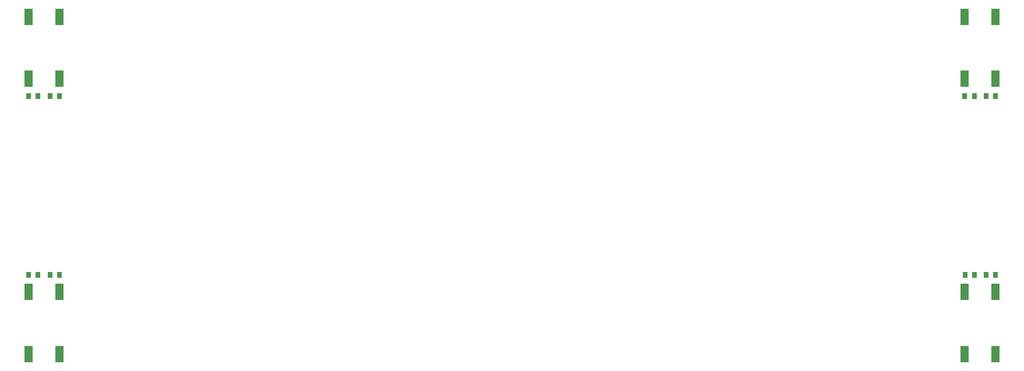
<source format=gtp>
G04*
G04 #@! TF.GenerationSoftware,Altium Limited,Altium Designer,20.0.11 (256)*
G04*
G04 Layer_Color=8421504*
%FSLAX44Y44*%
%MOMM*%
G71*
G01*
G75*
%ADD14R,1.2000X2.4000*%
%ADD15R,0.8000X0.9000*%
D14*
X-537500Y245000D02*
D03*
Y155000D02*
D03*
X-582500Y245000D02*
D03*
Y155000D02*
D03*
X-537500Y-155000D02*
D03*
Y-245000D02*
D03*
X-582500Y-155000D02*
D03*
Y-245000D02*
D03*
X777500Y155000D02*
D03*
Y245000D02*
D03*
X822500Y155000D02*
D03*
Y245000D02*
D03*
X777500Y-245000D02*
D03*
Y-155000D02*
D03*
X822500Y-245000D02*
D03*
Y-155000D02*
D03*
D15*
X-537500Y130000D02*
D03*
X-551500D02*
D03*
X-537498Y-130000D02*
D03*
X-551498D02*
D03*
X777500Y130000D02*
D03*
X791500D02*
D03*
X777997Y-130000D02*
D03*
X791997D02*
D03*
X-568498Y130000D02*
D03*
X-582498D02*
D03*
X-568500Y-130000D02*
D03*
X-582500D02*
D03*
X808498Y130000D02*
D03*
X822498D02*
D03*
X808500Y-130000D02*
D03*
X822500D02*
D03*
M02*

</source>
